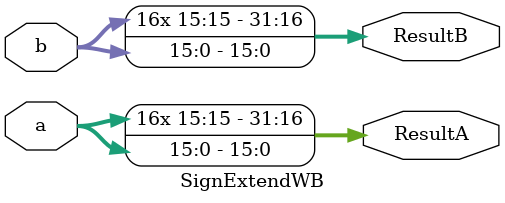
<source format=v>
module SignExtendWB(input [15:0] a, b,
		  output reg [31:0] ResultA, ResultB);
always @(*)
begin

	ResultA = {a[15],a[15],a[15],a[15],
			   a[15],a[15],a[15],a[15],
			   a[15],a[15],a[15],a[15],
			   a[15],a[15],a[15],a[15],
			   a};
	ResultB = {b[15],b[15],b[15],b[15],
			   b[15],b[15],b[15],b[15],
			   b[15],b[15],b[15],b[15],
			   b[15],b[15],b[15],b[15],
			   b};
end
endmodule

</source>
